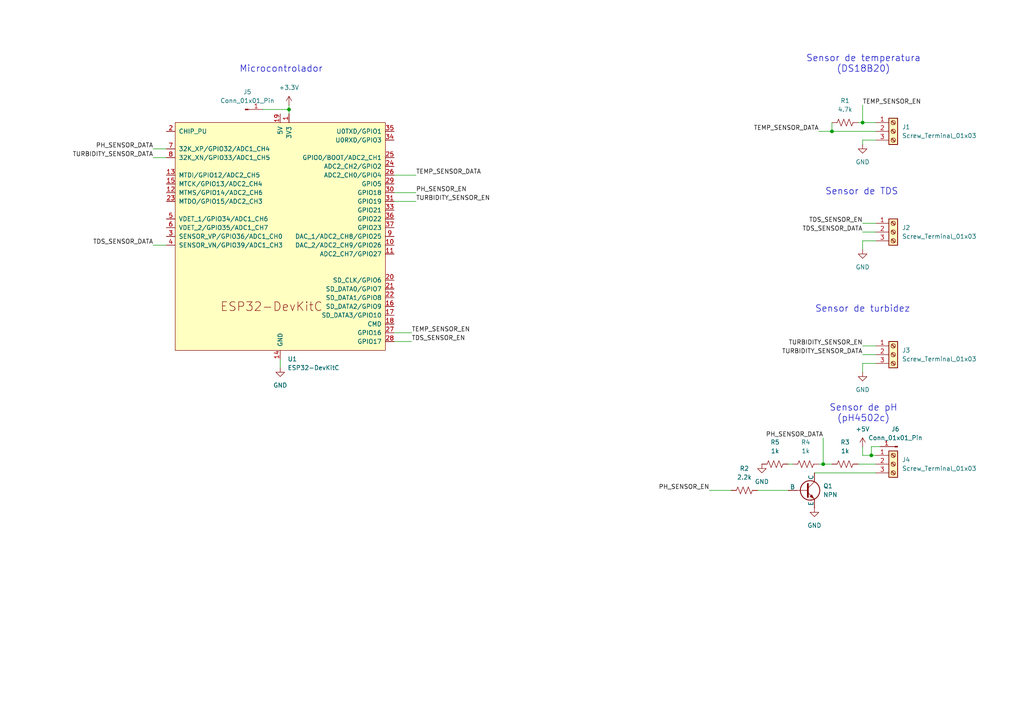
<source format=kicad_sch>
(kicad_sch (version 20250114) (generator "eeschema") (generator_version "9.0")
  (paper "A4")
  (lib_symbols
    (symbol "Connector:Conn_01x01_Pin" (pin_names (offset 1.016) (hide yes))
      (property "Reference" "J" (at 0 2.54 0))
      (property "Value" "Conn_01x01_Pin" (at 0 -2.54 0))
      (symbol "Conn_01x01_Pin_1_1"
        (rectangle (start 0.8636 0.127) (end 0 -0.127) (stroke (width 0.1524)) (fill (type outline)))
        (polyline (pts (xy 1.27 0) (xy 0.8636 0)) (stroke (width 0.1524)))
        (pin passive line (at 5.08 0 180) (length 3.81) (name "Pin_1") (number "1"))
      )
    )
    (symbol "Connector:Screw_Terminal_01x03" (pin_names (offset 1.016) (hide yes))
      (property "Reference" "J" (at 0 5.08 0))
      (property "Value" "Screw_Terminal_01x03" (at 0 -5.08 0))
      (symbol "Screw_Terminal_01x03_1_1"
        (rectangle (start -1.27 3.81) (end 1.27 -3.81) (stroke (width 0.254)) (fill (type background)))
        (polyline (pts (xy -0.5334 2.8702) (xy 0.3302 2.032)) (stroke (width 0.1524)))
        (polyline (pts (xy -0.5334 0.3302) (xy 0.3302 -0.508)) (stroke (width 0.1524)))
        (polyline (pts (xy -0.5334 -2.2098) (xy 0.3302 -3.048)) (stroke (width 0.1524)))
        (polyline (pts (xy -0.3556 3.048) (xy 0.508 2.2098)) (stroke (width 0.1524)))
        (polyline (pts (xy -0.3556 0.508) (xy 0.508 -0.3302)) (stroke (width 0.1524)))
        (polyline (pts (xy -0.3556 -2.032) (xy 0.508 -2.8702)) (stroke (width 0.1524)))
        (circle (center 0 2.54) (radius 0.635) (stroke (width 0.1524)))
        (circle (center 0 0) (radius 0.635) (stroke (width 0.1524)))
        (circle (center 0 -2.54) (radius 0.635) (stroke (width 0.1524)))
        (pin passive line (at -5.08 2.54 0) (length 3.81) (name "Pin_1") (number "1"))
        (pin passive line (at -5.08 0 0) (length 3.81) (name "Pin_2") (number "2"))
        (pin passive line (at -5.08 -2.54 0) (length 3.81) (name "Pin_3") (number "3"))
      )
    )
    (symbol "Device:R_US" (pin_numbers (hide yes)) (pin_names (offset 0))
      (property "Reference" "R" (at 2.54 0 90))
      (property "Value" "R_US" (at -2.54 0 90))
      (symbol "R_US_0_1"
        (polyline (pts (xy 0 2.286) (xy 0 2.54)))
        (polyline (pts (xy 0 2.286) (xy 1.016 1.905) (xy 0 1.524) (xy -1.016 1.143) (xy 0 0.762)))
        (polyline (pts (xy 0 0.762) (xy 1.016 0.381) (xy 0 0) (xy -1.016 -0.381) (xy 0 -0.762)))
        (polyline (pts (xy 0 -0.762) (xy 1.016 -1.143) (xy 0 -1.524) (xy -1.016 -1.905) (xy 0 -2.286)))
        (polyline (pts (xy 0 -2.286) (xy 0 -2.54)))
      )
      (symbol "R_US_1_1"
        (pin passive line (at 0 3.81 270) (length 1.27) (name "~") (number "1"))
        (pin passive line (at 0 -3.81 90) (length 1.27) (name "~") (number "2"))
      )
    )
    (symbol "PCM_Espressif:ESP32-DevKitC" (pin_names (offset 1.016))
      (property "Reference" "U" (at -30.48 38.1 0))
      (property "Value" "ESP32-DevKitC" (at -30.48 35.56 0))
      (symbol "ESP32-DevKitC_0_0"
        (text "ESP32-DevKitC" (at -2.54 -20.32 0) (effects (font (size 2.54 2.54))))
        (pin power_in line (at 0 35.56 270) (length 2.54) (name "5V") (number "19"))
        (pin power_in line (at 0 -35.56 90) (length 2.54) (name "GND") (number "14"))
      )
      (symbol "ESP32-DevKitC_0_1"
        (rectangle (start -30.48 33.02) (end 30.48 -33.02) (fill (type background)))
      )
      (symbol "ESP32-DevKitC_1_1"
        (pin input line (at -33.02 30.48 0) (length 2.54) (name "CHIP_PU") (number "2"))
        (pin bidirectional line (at -33.02 25.4 0) (length 2.54) (name "32K_XP/GPIO32/ADC1_CH4") (number "7"))
        (pin bidirectional line (at -33.02 22.86 0) (length 2.54) (name "32K_XN/GPIO33/ADC1_CH5") (number "8"))
        (pin bidirectional line (at -33.02 17.78 0) (length 2.54) (name "MTDI/GPIO12/ADC2_CH5") (number "13"))
        (pin bidirectional line (at -33.02 15.24 0) (length 2.54) (name "MTCK/GPIO13/ADC2_CH4") (number "15"))
        (pin bidirectional line (at -33.02 12.7 0) (length 2.54) (name "MTMS/GPIO14/ADC2_CH6") (number "12"))
        (pin bidirectional line (at -33.02 10.16 0) (length 2.54) (name "MTDO/GPIO15/ADC2_CH3") (number "23"))
        (pin input line (at -33.02 5.08 0) (length 2.54) (name "VDET_1/GPIO34/ADC1_CH6") (number "5"))
        (pin input line (at -33.02 2.54 0) (length 2.54) (name "VDET_2/GPIO35/ADC1_CH7") (number "6"))
        (pin input line (at -33.02 0 0) (length 2.54) (name "SENSOR_VP/GPIO36/ADC1_CH0") (number "3"))
        (pin input line (at -33.02 -2.54 0) (length 2.54) (name "SENSOR_VN/GPIO39/ADC1_CH3") (number "4"))
        (pin passive line (at 0 -35.56 90) (length 2.54) (hide yes) (name "GND") (number "32"))
        (pin passive line (at 0 -35.56 90) (length 2.54) (hide yes) (name "GND") (number "38"))
        (pin power_in line (at 2.54 35.56 270) (length 2.54) (name "3V3") (number "1"))
        (pin bidirectional line (at 33.02 30.48 180) (length 2.54) (name "U0TXD/GPIO1") (number "35"))
        (pin bidirectional line (at 33.02 27.94 180) (length 2.54) (name "U0RXD/GPIO3") (number "34"))
        (pin bidirectional line (at 33.02 22.86 180) (length 2.54) (name "GPIO0/BOOT/ADC2_CH1") (number "25"))
        (pin bidirectional line (at 33.02 20.32 180) (length 2.54) (name "ADC2_CH2/GPIO2") (number "24"))
        (pin bidirectional line (at 33.02 17.78 180) (length 2.54) (name "ADC2_CH0/GPIO4") (number "26"))
        (pin bidirectional line (at 33.02 15.24 180) (length 2.54) (name "GPIO5") (number "29"))
        (pin bidirectional line (at 33.02 12.7 180) (length 2.54) (name "GPIO18") (number "30"))
        (pin bidirectional line (at 33.02 10.16 180) (length 2.54) (name "GPIO19") (number "31"))
        (pin bidirectional line (at 33.02 7.62 180) (length 2.54) (name "GPIO21") (number "33"))
        (pin bidirectional line (at 33.02 5.08 180) (length 2.54) (name "GPIO22") (number "36"))
        (pin bidirectional line (at 33.02 2.54 180) (length 2.54) (name "GPIO23") (number "37"))
        (pin bidirectional line (at 33.02 0 180) (length 2.54) (name "DAC_1/ADC2_CH8/GPIO25") (number "9"))
        (pin bidirectional line (at 33.02 -2.54 180) (length 2.54) (name "DAC_2/ADC2_CH9/GPIO26") (number "10"))
        (pin bidirectional line (at 33.02 -5.08 180) (length 2.54) (name "ADC2_CH7/GPIO27") (number "11"))
        (pin bidirectional line (at 33.02 -12.7 180) (length 2.54) (name "SD_CLK/GPIO6") (number "20"))
        (pin bidirectional line (at 33.02 -15.24 180) (length 2.54) (name "SD_DATA0/GPIO7") (number "21"))
        (pin bidirectional line (at 33.02 -17.78 180) (length 2.54) (name "SD_DATA1/GPIO8") (number "22"))
        (pin bidirectional line (at 33.02 -20.32 180) (length 2.54) (name "SD_DATA2/GPIO9") (number "16"))
        (pin bidirectional line (at 33.02 -22.86 180) (length 2.54) (name "SD_DATA3/GPIO10") (number "17"))
        (pin bidirectional line (at 33.02 -25.4 180) (length 2.54) (name "CMD") (number "18"))
        (pin bidirectional line (at 33.02 -27.94 180) (length 2.54) (name "GPIO16") (number "27"))
        (pin bidirectional line (at 33.02 -30.48 180) (length 2.54) (name "GPIO17") (number "28"))
      )
    )
    (symbol "Simulation_SPICE:NPN" (pin_numbers (hide yes)) (pin_names (offset 0))
      (property "Reference" "Q" (at -2.54 7.62 0))
      (property "Value" "NPN" (at -2.54 5.08 0))
      (symbol "NPN_0_1"
        (polyline (pts (xy -2.54 0) (xy 0.635 0)) (stroke (width 0.1524)))
        (polyline (pts (xy 0.635 1.905) (xy 0.635 -1.905) (xy 0.635 -1.905)) (stroke (width 0.508)))
        (polyline (pts (xy 0.635 0.635) (xy 2.54 2.54)))
        (polyline (pts (xy 0.635 -0.635) (xy 2.54 -2.54) (xy 2.54 -2.54)))
        (circle (center 1.27 0) (radius 2.8194) (stroke (width 0.254)))
        (polyline (pts (xy 1.27 -1.778) (xy 1.778 -1.27) (xy 2.286 -2.286) (xy 1.27 -1.778) (xy 1.27 -1.778)) (fill (type outline)))
        (polyline (pts (xy 2.794 -1.27) (xy 2.794 -1.27)) (stroke (width 0.1524)))
        (polyline (pts (xy 2.794 -1.27) (xy 2.794 -1.27)) (stroke (width 0.1524)))
      )
      (symbol "NPN_1_1"
        (pin input line (at -5.08 0 0) (length 2.54) (name "B") (number "2"))
        (pin open_collector line (at 2.54 5.08 270) (length 2.54) (name "C") (number "1"))
        (pin open_emitter line (at 2.54 -5.08 90) (length 2.54) (name "E") (number "3"))
      )
    )
    (symbol "power:+3.3V" (power) (pin_numbers (hide yes)) (pin_names (offset 0) (hide yes))
      (property "Value" "+3.3V" (at 0 3.556 0))
      (symbol "+3.3V_0_1"
        (polyline (pts (xy -0.762 1.27) (xy 0 2.54)))
        (polyline (pts (xy 0 2.54) (xy 0.762 1.27)))
        (polyline (pts (xy 0 0) (xy 0 2.54)))
      )
      (symbol "+3.3V_1_1"
        (pin power_in line (at 0 0 90) (length 0) (name "~") (number "1"))
      )
    )
    (symbol "power:+5V" (power) (pin_numbers (hide yes)) (pin_names (offset 0) (hide yes))
      (property "Value" "+5V" (at 0 3.556 0))
      (symbol "+5V_0_1"
        (polyline (pts (xy -0.762 1.27) (xy 0 2.54)))
        (polyline (pts (xy 0 2.54) (xy 0.762 1.27)))
        (polyline (pts (xy 0 0) (xy 0 2.54)))
      )
      (symbol "+5V_1_1"
        (pin power_in line (at 0 0 90) (length 0) (name "~") (number "1"))
      )
    )
    (symbol "power:GND" (power) (pin_numbers (hide yes)) (pin_names (offset 0) (hide yes))
      (property "Value" "GND" (at 0 -3.81 0))
      (symbol "GND_0_1"
        (polyline (pts (xy 0 0) (xy 0 -1.27) (xy 1.27 -1.27) (xy 0 -2.54) (xy -1.27 -1.27) (xy 0 -1.27)))
      )
      (symbol "GND_1_1"
        (pin power_in line (at 0 0 270) (length 0) (name "~") (number "1"))
      )
    )
  )
  (text "Microcontrolador" (at 81.534 20.066 0) (effects (font (size 1.905 1.905))))
  (text "Sensor de pH\n(pH4502c)" (at 250.444 119.888 0) (effects (font (size 1.905 1.905))))
  (text "Sensor de temperatura\n(DS18B20)" (at 250.444 18.542 0) (effects (font (size 1.905 1.905))))
  (text "Sensor de turbidez" (at 250.19 89.662 0) (effects (font (size 1.905 1.905))))
  (text "Sensor de TDS" (at 249.936 55.626 0) (effects (font (size 1.905 1.905))))
  (junction (at 250.19 35.56))
  (junction (at 241.3 38.1))
  (junction (at 238.76 134.62))
  (junction (at 252.73 132.08))
  (junction (at 83.82 31.75))
  (wire (pts (xy 255.27 129.54) (xy 252.73 129.54)))
  (wire (pts (xy 205.74 142.24) (xy 212.09 142.24)))
  (wire (pts (xy 250.19 41.91) (xy 250.19 40.64)))
  (wire (pts (xy 83.82 30.48) (xy 83.82 31.75)))
  (wire (pts (xy 238.76 134.62) (xy 241.3 134.62)))
  (wire (pts (xy 250.19 107.95) (xy 250.19 105.41)))
  (wire (pts (xy 250.19 69.85) (xy 254 69.85)))
  (wire (pts (xy 114.3 50.8) (xy 120.65 50.8)))
  (wire (pts (xy 250.19 129.54) (xy 250.19 132.08)))
  (wire (pts (xy 248.92 35.56) (xy 250.19 35.56)))
  (wire (pts (xy 114.3 58.42) (xy 120.65 58.42)))
  (wire (pts (xy 44.45 43.18) (xy 48.26 43.18)))
  (wire (pts (xy 250.19 132.08) (xy 252.73 132.08)))
  (wire (pts (xy 252.73 129.54) (xy 252.73 132.08)))
  (wire (pts (xy 81.28 104.14) (xy 81.28 106.68)))
  (wire (pts (xy 114.3 96.52) (xy 119.38 96.52)))
  (wire (pts (xy 228.6 134.62) (xy 229.87 134.62)))
  (wire (pts (xy 250.19 72.39) (xy 250.19 69.85)))
  (wire (pts (xy 114.3 99.06) (xy 119.38 99.06)))
  (wire (pts (xy 250.19 67.31) (xy 254 67.31)))
  (wire (pts (xy 237.49 38.1) (xy 241.3 38.1)))
  (wire (pts (xy 250.19 102.87) (xy 254 102.87)))
  (wire (pts (xy 250.19 30.48) (xy 250.19 35.56)))
  (wire (pts (xy 250.19 40.64) (xy 254 40.64)))
  (wire (pts (xy 250.19 100.33) (xy 254 100.33)))
  (wire (pts (xy 237.49 134.62) (xy 238.76 134.62)))
  (wire (pts (xy 248.92 134.62) (xy 254 134.62)))
  (wire (pts (xy 250.19 105.41) (xy 254 105.41)))
  (wire (pts (xy 236.22 137.16) (xy 254 137.16)))
  (wire (pts (xy 44.45 45.72) (xy 48.26 45.72)))
  (wire (pts (xy 114.3 55.88) (xy 120.65 55.88)))
  (wire (pts (xy 252.73 132.08) (xy 254 132.08)))
  (wire (pts (xy 238.76 127) (xy 238.76 134.62)))
  (wire (pts (xy 241.3 38.1) (xy 254 38.1)))
  (wire (pts (xy 250.19 35.56) (xy 254 35.56)))
  (wire (pts (xy 76.2 31.75) (xy 83.82 31.75)))
  (wire (pts (xy 219.71 142.24) (xy 228.6 142.24)))
  (wire (pts (xy 241.3 38.1) (xy 241.3 35.56)))
  (wire (pts (xy 44.45 71.12) (xy 48.26 71.12)))
  (wire (pts (xy 250.19 64.77) (xy 254 64.77)))
  (wire (pts (xy 83.82 31.75) (xy 83.82 33.02)))
  (label "TEMP_SENSOR_DATA" (at 120.65 50.8 0))
  (label "TURBIDITY_SENSOR_DATA" (at 250.19 102.87 180))
  (label "TDS_SENSOR_DATA" (at 44.45 71.12 180))
  (label "PH_SENSOR_DATA" (at 238.76 127 180))
  (label "TDS_SENSOR_EN" (at 250.19 64.77 180))
  (label "TEMP_SENSOR_EN" (at 250.19 30.48 0))
  (label "TDS_SENSOR_DATA" (at 250.19 67.31 180))
  (label "TDS_SENSOR_EN" (at 119.38 99.06 0))
  (label "PH_SENSOR_DATA" (at 44.45 43.18 180))
  (label "TEMP_SENSOR_EN" (at 119.38 96.52 0))
  (label "TURBIDITY_SENSOR_EN" (at 250.19 100.33 180))
  (label "TURBIDITY_SENSOR_EN" (at 120.65 58.42 0))
  (label "TEMP_SENSOR_DATA" (at 237.49 38.1 180))
  (label "TURBIDITY_SENSOR_DATA" (at 44.45 45.72 180))
  (label "PH_SENSOR_EN" (at 120.65 55.88 0))
  (label "PH_SENSOR_EN" (at 205.74 142.24 180))
  (symbol (lib_id "Device:R_US") (at 245.11 134.62 90) (unit 1)
    (property "Reference" "R3" (at 245.11 128.27 90))
    (property "Value" "1k" (at 245.11 130.81 90))
    (property "Footprint" "Resistor_THT:R_Axial_DIN0309_L9.0mm_D3.2mm_P12.70mm_Horizontal" (effects (hide yes)))
    (property "Description" "Resistor, US symbol" (effects (hide yes)))
  )
  (symbol (lib_id "Connector:Conn_01x01_Pin") (at 71.12 31.75 0) (unit 1)
    (property "Reference" "J5" (at 71.755 26.67 0))
    (property "Value" "Conn_01x01_Pin" (at 71.755 29.21 0))
    (property "Footprint" "Connector_PinHeader_2.54mm:PinHeader_1x01_P2.54mm_Vertical" (effects (hide yes)))
    (property "Description" "Generic connector, single row, 01x01, script generated" (effects (hide yes)))
  )
  (symbol (lib_id "Connector:Screw_Terminal_01x03") (at 259.08 67.31 0) (unit 1)
    (property "Reference" "J2" (at 261.62 66.0399 0) (effects (justify left)))
    (property "Value" "Screw_Terminal_01x03" (at 261.62 68.5799 0) (effects (justify left)))
    (property "Footprint" "TerminalBlock_Phoenix:TerminalBlock_Phoenix_MKDS-1,5-3-5.08_1x03_P5.08mm_Horizontal" (effects (hide yes)))
    (property "Description" "Generic screw terminal, single row, 01x03, script generated (kicad-library-utils/schlib/autogen/connector/)" (effects (hide yes)))
  )
  (symbol (lib_id "power:GND") (at 250.19 72.39 0) (unit 1)
    (property "Reference" "#PWR03" (effects (hide yes)))
    (property "Value" "GND" (at 250.19 77.47 0))
    (property "Description" "Power symbol creates a global label with name \"GND\" , ground" (effects (hide yes)))
  )
  (symbol (lib_id "power:GND") (at 236.22 147.32 0) (unit 1)
    (property "Reference" "#PWR06" (effects (hide yes)))
    (property "Value" "GND" (at 236.22 152.4 0))
    (property "Description" "Power symbol creates a global label with name \"GND\" , ground" (effects (hide yes)))
  )
  (symbol (lib_id "Simulation_SPICE:NPN") (at 233.68 142.24 0) (unit 1)
    (property "Reference" "Q1" (at 238.76 140.9699 0) (effects (justify left)))
    (property "Value" "NPN" (at 238.76 143.5099 0) (effects (justify left)))
    (property "Footprint" "Package_TO_SOT_THT:TO-92_Inline_Wide" (effects (hide yes)))
    (property "Datasheet" "https://ngspice.sourceforge.io/docs/ngspice-html-manual/manual.xhtml#cha_BJTs" (effects (hide yes)))
    (property "Description" "Bipolar transistor symbol for simulation only, substrate tied to the emitter" (effects (hide yes)))
    (property "Sim.Device" "NPN" (effects (hide yes)))
    (property "Sim.Type" "GUMMELPOON" (effects (hide yes)))
    (property "Sim.Pins" "1=C 2=B 3=E" (effects (hide yes)))
  )
  (symbol (lib_id "Connector:Screw_Terminal_01x03") (at 259.08 38.1 0) (unit 1)
    (property "Reference" "J1" (at 261.62 36.8299 0) (effects (justify left)))
    (property "Value" "Screw_Terminal_01x03" (at 261.62 39.3699 0) (effects (justify left)))
    (property "Footprint" "TerminalBlock_Phoenix:TerminalBlock_Phoenix_MKDS-1,5-3-5.08_1x03_P5.08mm_Horizontal" (effects (hide yes)))
    (property "Description" "Generic screw terminal, single row, 01x03, script generated (kicad-library-utils/schlib/autogen/connector/)" (effects (hide yes)))
  )
  (symbol (lib_id "power:GND") (at 220.98 134.62 0) (unit 1)
    (property "Reference" "#PWR08" (effects (hide yes)))
    (property "Value" "GND" (at 220.98 139.7 0))
    (property "Description" "Power symbol creates a global label with name \"GND\" , ground" (effects (hide yes)))
  )
  (symbol (lib_id "PCM_Espressif:ESP32-DevKitC") (at 81.28 68.58 0) (unit 1)
    (property "Reference" "U1" (at 83.4233 104.14 0) (effects (justify left)))
    (property "Value" "ESP32-DevKitC" (at 83.4233 106.68 0) (effects (justify left)))
    (property "Footprint" "PCM_Espressif:ESP32-DevKitC" (effects (hide yes)))
    (property "Datasheet" "https://docs.espressif.com/projects/esp-idf/zh_CN/latest/esp32/hw-reference/esp32/get-started-devkitc.html" (effects (hide yes)))
    (property "Description" "Development Kit" (effects (hide yes)))
  )
  (symbol (lib_id "power:+5V") (at 250.19 129.54 0) (unit 1)
    (property "Reference" "#PWR07" (effects (hide yes)))
    (property "Value" "+5V" (at 250.19 124.46 0))
    (property "Description" "Power symbol creates a global label with name \"+5V\"" (effects (hide yes)))
  )
  (symbol (lib_id "Connector:Screw_Terminal_01x03") (at 259.08 102.87 0) (unit 1)
    (property "Reference" "J3" (at 261.62 101.5999 0) (effects (justify left)))
    (property "Value" "Screw_Terminal_01x03" (at 261.62 104.1399 0) (effects (justify left)))
    (property "Footprint" "TerminalBlock_Phoenix:TerminalBlock_Phoenix_MKDS-1,5-3-5.08_1x03_P5.08mm_Horizontal" (effects (hide yes)))
    (property "Description" "Generic screw terminal, single row, 01x03, script generated (kicad-library-utils/schlib/autogen/connector/)" (effects (hide yes)))
  )
  (symbol (lib_id "power:GND") (at 250.19 41.91 0) (unit 1)
    (property "Reference" "#PWR04" (effects (hide yes)))
    (property "Value" "GND" (at 250.19 46.99 0))
    (property "Description" "Power symbol creates a global label with name \"GND\" , ground" (effects (hide yes)))
  )
  (symbol (lib_id "Device:R_US") (at 233.68 134.62 90) (unit 1)
    (property "Reference" "R4" (at 233.68 128.27 90))
    (property "Value" "1k" (at 233.68 130.81 90))
    (property "Footprint" "Resistor_THT:R_Axial_DIN0309_L9.0mm_D3.2mm_P12.70mm_Horizontal" (effects (hide yes)))
    (property "Description" "Resistor, US symbol" (effects (hide yes)))
  )
  (symbol (lib_id "power:GND") (at 250.19 107.95 0) (unit 1)
    (property "Reference" "#PWR05" (effects (hide yes)))
    (property "Value" "GND" (at 250.19 113.03 0))
    (property "Description" "Power symbol creates a global label with name \"GND\" , ground" (effects (hide yes)))
  )
  (symbol (lib_id "Connector:Conn_01x01_Pin") (at 260.35 129.54 180) (unit 1)
    (property "Reference" "J6" (at 259.715 124.46 0))
    (property "Value" "Conn_01x01_Pin" (at 259.715 127 0))
    (property "Footprint" "Connector_PinHeader_2.54mm:PinHeader_1x01_P2.54mm_Vertical" (effects (hide yes)))
    (property "Description" "Generic connector, single row, 01x01, script generated" (effects (hide yes)))
  )
  (symbol (lib_id "Device:R_US") (at 245.11 35.56 90) (unit 1)
    (property "Reference" "R1" (at 245.11 29.21 90))
    (property "Value" "4.7k" (at 245.11 31.75 90))
    (property "Footprint" "Resistor_THT:R_Axial_DIN0309_L9.0mm_D3.2mm_P12.70mm_Horizontal" (effects (hide yes)))
    (property "Description" "Resistor, US symbol" (effects (hide yes)))
  )
  (symbol (lib_id "Device:R_US") (at 215.9 142.24 90) (unit 1)
    (property "Reference" "R2" (at 215.9 135.89 90))
    (property "Value" "2.2k" (at 215.9 138.43 90))
    (property "Footprint" "Resistor_THT:R_Axial_DIN0309_L9.0mm_D3.2mm_P12.70mm_Horizontal" (effects (hide yes)))
    (property "Description" "Resistor, US symbol" (effects (hide yes)))
  )
  (symbol (lib_id "power:GND") (at 81.28 106.68 0) (unit 1)
    (property "Reference" "#PWR02" (effects (hide yes)))
    (property "Value" "GND" (at 81.28 111.76 0))
    (property "Description" "Power symbol creates a global label with name \"GND\" , ground" (effects (hide yes)))
  )
  (symbol (lib_id "Connector:Screw_Terminal_01x03") (at 259.08 134.62 0) (unit 1)
    (property "Reference" "J4" (at 261.62 133.3499 0) (effects (justify left)))
    (property "Value" "Screw_Terminal_01x03" (at 261.62 135.8899 0) (effects (justify left)))
    (property "Footprint" "TerminalBlock_Phoenix:TerminalBlock_Phoenix_MKDS-1,5-3-5.08_1x03_P5.08mm_Horizontal" (effects (hide yes)))
    (property "Description" "Generic screw terminal, single row, 01x03, script generated (kicad-library-utils/schlib/autogen/connector/)" (effects (hide yes)))
  )
  (symbol (lib_id "Device:R_US") (at 224.79 134.62 90) (unit 1)
    (property "Reference" "R5" (at 224.79 128.27 90))
    (property "Value" "1k" (at 224.79 130.81 90))
    (property "Footprint" "Resistor_THT:R_Axial_DIN0309_L9.0mm_D3.2mm_P12.70mm_Horizontal" (effects (hide yes)))
    (property "Description" "Resistor, US symbol" (effects (hide yes)))
  )
  (symbol (lib_id "power:+3.3V") (at 83.82 30.48 0) (unit 1)
    (property "Reference" "#PWR01" (effects (hide yes)))
    (property "Value" "+3.3V" (at 83.82 25.4 0))
    (property "Description" "Power symbol creates a global label with name \"+3.3V\"" (effects (hide yes)))
  )
)
</source>
